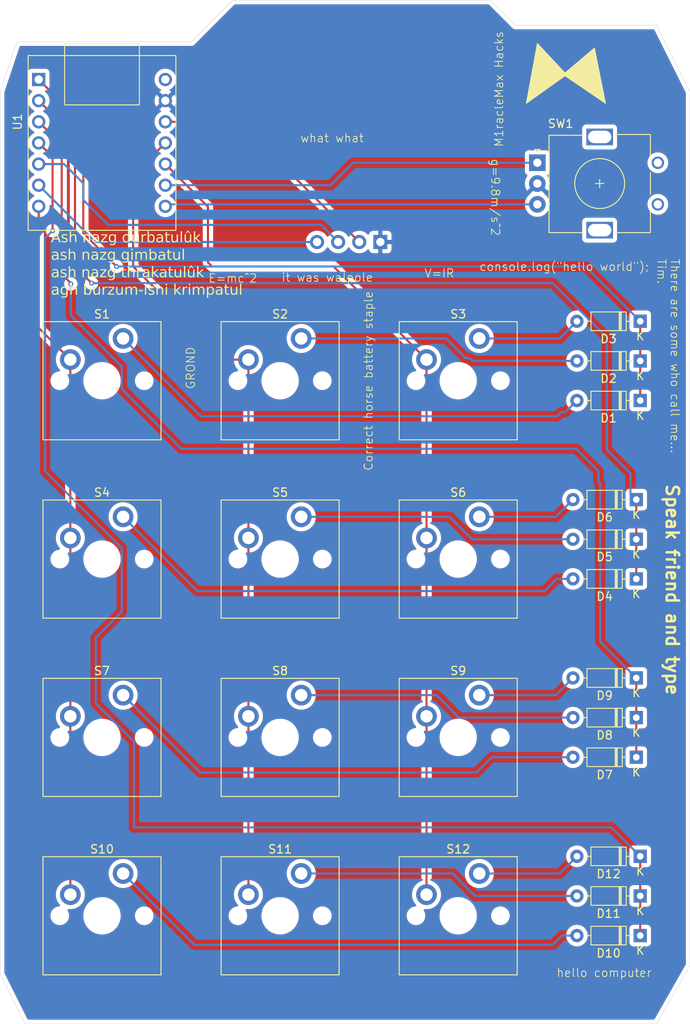
<source format=kicad_pcb>
(kicad_pcb (version 20240108) (generator "pcbnew") (generator_version "8.0")
  (layers (0 "F.Cu" signal) (31 "B.Cu" signal) (34 "B.Paste" user) (35 "F.Paste" user) (36 "B.SilkS" user "B.Silkscreen") (37 "F.SilkS" user "F.Silkscreen") (38 "B.Mask" user) (39 "F.Mask" user) (44 "Edge.Cuts" user))
  (net 0 "")
  (net 1 "row 0")
  (net 2 "Net-(D1-A)")
  (net 3 "Net-(D2-A)")
  (net 4 "Net-(D3-A)")
  (net 5 "Net-(D4-A)")
  (net 6 "row 1")
  (net 7 "Net-(D5-A)")
  (net 8 "Net-(D6-A)")
  (net 9 "row 2")
  (net 10 "Net-(D7-A)")
  (net 11 "Net-(D8-A)")
  (net 12 "Net-(D9-A)")
  (net 13 "Net-(D10-A)")
  (net 14 "row 3")
  (net 15 "Net-(D11-A)")
  (net 16 "Net-(D12-A)")
  (net 17 "GND")
  (net 18 "VCC")
  (net 19 "sda")
  (net 20 "scl")
  (net 21 "col 0")
  (net 22 "col 1")
  (net 23 "col 2")
  (net 25 "Net-(U1-PB09_A7_D7_RX)")
  (net 26 "Net-(U1-PA7_A8_D8_SCK)")
  (footprint "ScottoKeebs_Components:Diode_DO-35" (layer "F.Cu") (at 160.02 147.6375 180)
    (property "Reference" "D11" (at 3.81 -2.12 0) (layer "F.SilkS"))
    (property "Value" "Diode")
    (fp_line (start 6.58 0) (end 5.93 0) (stroke (width 0.12)) (layer "F.SilkS"))
    (fp_line (start 5.93 1.12) (end 5.93 -1.12) (stroke (width 0.12)) (layer "F.SilkS"))
    (fp_line (start 5.93 -1.12) (end 1.69 -1.12) (stroke (width 0.12)) (layer "F.SilkS"))
    (fp_line (start 2.53 -1.12) (end 2.53 1.12) (stroke (width 0.12)) (layer "F.SilkS"))
    (fp_line (start 2.41 -1.12) (end 2.41 1.12) (stroke (width 0.12)) (layer "F.SilkS"))
    (fp_line (start 2.29 -1.12) (end 2.29 1.12) (stroke (width 0.12)) (layer "F.SilkS"))
    (fp_line (start 1.69 1.12) (end 5.93 1.12) (stroke (width 0.12)) (layer "F.SilkS"))
    (fp_line (start 1.69 -1.12) (end 1.69 1.12) (stroke (width 0.12)) (layer "F.SilkS"))
    (fp_line (start 1.04 0) (end 1.69 0) (stroke (width 0.12)) (layer "F.SilkS"))
    (fp_text user "K" (at 0 -1.8 0) (layer "F.SilkS"))
    (pad "1" thru_hole rect (at 0 0 180) (size 1.6 1.6) (drill 0.8) (layers "*.Cu" "*.Mask") (net 14 "row 3"))
    (pad "2" thru_hole oval (at 7.62 0 180) (size 1.6 1.6) (drill 0.8) (layers "*.Cu" "*.Mask") (net 15 "Net-(D11-A)"))
  )
  (footprint "ScottoKeebs_MX:MX_PCB_1.00u" (layer "F.Cu") (at 116.68125 128.5875)
    (property "Reference" "S8" (at 0 -8 0) (layer "F.SilkS"))
    (property "Value" "Keyswitch")
    (fp_line (start -7.1 -7.1) (end -7.1 7.1) (stroke (width 0.12)) (layer "F.SilkS"))
    (fp_line (start -7.1 7.1) (end 7.1 7.1) (stroke (width 0.12)) (layer "F.SilkS"))
    (fp_line (start 7.1 -7.1) (end -7.1 -7.1) (stroke (width 0.12)) (layer "F.SilkS"))
    (fp_line (start 7.1 7.1) (end 7.1 -7.1) (stroke (width 0.12)) (layer "F.SilkS"))
    (pad "" np_thru_hole circle (at -5.08 0) (size 1.75 1.75) (drill 1.75) (layers "*.Cu" "*.Mask"))
    (pad "" np_thru_hole circle (at 0 0) (size 4 4) (drill 4) (layers "*.Cu" "*.Mask"))
    (pad "" np_thru_hole circle (at 5.08 0) (size 1.75 1.75) (drill 1.75) (layers "*.Cu" "*.Mask"))
    (pad "1" thru_hole circle (at -3.81 -2.54) (size 2.5 2.5) (drill 1.5) (layers "*.Cu" "*.Mask") (net 22 "col 1"))
    (pad "2" thru_hole circle (at 2.54 -5.08) (size 2.5 2.5) (drill 1.5) (layers "*.Cu" "*.Mask") (net 11 "Net-(D8-A)"))
  )
  (footprint "ScottoKeebs_Components:Diode_DO-35" (layer "F.Cu") (at 160.02 152.4 180)
    (property "Reference" "D10" (at 3.81 -2.12 0) (layer "F.SilkS"))
    (property "Value" "Diode")
    (fp_line (start 6.58 0) (end 5.93 0) (stroke (width 0.12)) (layer "F.SilkS"))
    (fp_line (start 5.93 1.12) (end 5.93 -1.12) (stroke (width 0.12)) (layer "F.SilkS"))
    (fp_line (start 5.93 -1.12) (end 1.69 -1.12) (stroke (width 0.12)) (layer "F.SilkS"))
    (fp_line (start 2.53 -1.12) (end 2.53 1.12) (stroke (width 0.12)) (layer "F.SilkS"))
    (fp_line (start 2.41 -1.12) (end 2.41 1.12) (stroke (width 0.12)) (layer "F.SilkS"))
    (fp_line (start 2.29 -1.12) (end 2.29 1.12) (stroke (width 0.12)) (layer "F.SilkS"))
    (fp_line (start 1.69 1.12) (end 5.93 1.12) (stroke (width 0.12)) (layer "F.SilkS"))
    (fp_line (start 1.69 -1.12) (end 1.69 1.12) (stroke (width 0.12)) (layer "F.SilkS"))
    (fp_line (start 1.04 0) (end 1.69 0) (stroke (width 0.12)) (layer "F.SilkS"))
    (fp_text user "K" (at 0 -1.8 0) (layer "F.SilkS"))
    (pad "1" thru_hole rect (at 0 0 180) (size 1.6 1.6) (drill 0.8) (layers "*.Cu" "*.Mask") (net 14 "row 3"))
    (pad "2" thru_hole oval (at 7.62 0 180) (size 1.6 1.6) (drill 0.8) (layers "*.Cu" "*.Mask") (net 13 "Net-(D10-A)"))
  )
  (footprint "ScottoKeebs_MX:MX_PCB_1.00u" (layer "F.Cu") (at 95.25 150.01875)
    (property "Reference" "S10" (at 0 -8 0) (layer "F.SilkS"))
    (property "Value" "Keyswitch")
    (fp_line (start -7.1 -7.1) (end -7.1 7.1) (stroke (width 0.12)) (layer "F.SilkS"))
    (fp_line (start -7.1 7.1) (end 7.1 7.1) (stroke (width 0.12)) (layer "F.SilkS"))
    (fp_line (start 7.1 -7.1) (end -7.1 -7.1) (stroke (width 0.12)) (layer "F.SilkS"))
    (fp_line (start 7.1 7.1) (end 7.1 -7.1) (stroke (width 0.12)) (layer "F.SilkS"))
    (pad "" np_thru_hole circle (at -5.08 0) (size 1.75 1.75) (drill 1.75) (layers "*.Cu" "*.Mask"))
    (pad "" np_thru_hole circle (at 0 0) (size 4 4) (drill 4) (layers "*.Cu" "*.Mask"))
    (pad "" np_thru_hole circle (at 5.08 0) (size 1.75 1.75) (drill 1.75) (layers "*.Cu" "*.Mask"))
    (pad "1" thru_hole circle (at -3.81 -2.54) (size 2.5 2.5) (drill 1.5) (layers "*.Cu" "*.Mask") (net 21 "col 0"))
    (pad "2" thru_hole circle (at 2.54 -5.08) (size 2.5 2.5) (drill 1.5) (layers "*.Cu" "*.Mask") (net 13 "Net-(D10-A)"))
  )
  (footprint "ScottoKeebs_MX:MX_PCB_1.00u" (layer "F.Cu") (at 138.1125 128.5875)
    (property "Reference" "S9" (at 0 -8 0) (layer "F.SilkS"))
    (property "Value" "Keyswitch")
    (fp_line (start -7.1 -7.1) (end -7.1 7.1) (stroke (width 0.12)) (layer "F.SilkS"))
    (fp_line (start -7.1 7.1) (end 7.1 7.1) (stroke (width 0.12)) (layer "F.SilkS"))
    (fp_line (start 7.1 -7.1) (end -7.1 -7.1) (stroke (width 0.12)) (layer "F.SilkS"))
    (fp_line (start 7.1 7.1) (end 7.1 -7.1) (stroke (width 0.12)) (layer "F.SilkS"))
    (pad "" np_thru_hole circle (at -5.08 0) (size 1.75 1.75) (drill 1.75) (layers "*.Cu" "*.Mask"))
    (pad "" np_thru_hole circle (at 0 0) (size 4 4) (drill 4) (layers "*.Cu" "*.Mask"))
    (pad "" np_thru_hole circle (at 5.08 0) (size 1.75 1.75) (drill 1.75) (layers "*.Cu" "*.Mask"))
    (pad "1" thru_hole circle (at -3.81 -2.54) (size 2.5 2.5) (drill 1.5) (layers "*.Cu" "*.Mask") (net 23 "col 2"))
    (pad "2" thru_hole circle (at 2.54 -5.08) (size 2.5 2.5) (drill 1.5) (layers "*.Cu" "*.Mask") (net 12 "Net-(D9-A)"))
  )
  (footprint "Rotary_Encoder:RotaryEncoder_Alps_EC11E_Vertical_H20mm" (layer "F.Cu") (at 147.6375 59.53125)
    (property "Reference" "SW1" (at 2.8 -4.7 0) (layer "F.SilkS"))
    (property "Value" "RotaryEncoder")
    (fp_line (start -0.3 -1.6) (end 0.3 -1.6) (stroke (width 0.12)) (layer "F.SilkS"))
    (fp_line (start 0 -1.3) (end -0.3 -1.6) (stroke (width 0.12)) (layer "F.SilkS"))
    (fp_line (start 0.3 -1.6) (end 0 -1.3) (stroke (width 0.12)) (layer "F.SilkS"))
    (fp_line (start 1.4 -3.3) (end 1.4 8.4) (stroke (width 0.12)) (layer "F.SilkS"))
    (fp_line (start 5.5 -3.3) (end 1.4 -3.3) (stroke (width 0.12)) (layer "F.SilkS"))
    (fp_line (start 5.5 8.4) (end 1.4 8.4) (stroke (width 0.12)) (layer "F.SilkS"))
    (fp_line (start 7 2.5) (end 8 2.5) (stroke (width 0.12)) (layer "F.SilkS"))
    (fp_line (start 7.5 2) (end 7.5 3) (stroke (width 0.12)) (layer "F.SilkS"))
    (fp_line (start 9.5 -3.4) (end 13.6 -3.4) (stroke (width 0.12)) (layer "F.SilkS"))
    (fp_line (start 13.6 -3.4) (end 13.6 -0.8) (stroke (width 0.12)) (layer "F.SilkS"))
    (fp_line (start 13.6 1.2) (end 13.6 3.8) (stroke (width 0.12)) (layer "F.SilkS"))
    (fp_line (start 13.6 5.8) (end 13.6 8.4) (stroke (width 0.12)) (layer "F.SilkS"))
    (fp_line (start 13.6 8.4) (end 9.5 8.4) (stroke (width 0.12)) (layer "F.SilkS"))
    (fp_circle (center 7.5 2.5) (end 10.5 2.5) (stroke (width 0.12)) (fill none) (layer "F.SilkS"))
    (pad "" thru_hole circle (at 14.5 0) (size 1.5 1.5) (drill 1) (layers "*.Cu" "*.Mask"))
    (pad "" thru_hole circle (at 14.5 5) (size 1.5 1.5) (drill 1) (layers "*.Cu" "*.Mask"))
    (pad "A" thru_hole rect (at 0 0) (size 2 2) (drill 1) (layers "*.Cu" "*.Mask") (net 26 "Net-(U1-PA7_A8_D8_SCK)"))
    (pad "B" thru_hole circle (at 0 5) (size 2 2) (drill 1) (layers "*.Cu" "*.Mask") (net 25 "Net-(U1-PB09_A7_D7_RX)"))
    (pad "C" thru_hole circle (at 0 2.5) (size 2 2) (drill 1) (layers "*.Cu" "*.Mask") (net 17 "GND"))
    (pad "MP" thru_hole rect (at 7.5 -3.1) (size 3.2 2) (drill oval 2.8 1.5) (layers "*.Cu" "*.Mask"))
    (pad "MP" thru_hole rect (at 7.5 8.1) (size 3.2 2) (drill oval 2.8 1.5) (layers "*.Cu" "*.Mask"))
  )
  (footprint "ScottoKeebs_Components:Diode_DO-35" (layer "F.Cu") (at 159.54375 130.96875 180)
    (property "Reference" "D7" (at 3.81 -2.12 0) (layer "F.SilkS"))
    (property "Value" "Diode")
    (fp_line (start 6.58 0) (end 5.93 0) (stroke (width 0.12)) (layer "F.SilkS"))
    (fp_line (start 5.93 1.12) (end 5.93 -1.12) (stroke (width 0.12)) (layer "F.SilkS"))
    (fp_line (start 5.93 -1.12) (end 1.69 -1.12) (stroke (width 0.12)) (layer "F.SilkS"))
    (fp_line (start 2.53 -1.12) (end 2.53 1.12) (stroke (width 0.12)) (layer "F.SilkS"))
    (fp_line (start 2.41 -1.12) (end 2.41 1.12) (stroke (width 0.12)) (layer "F.SilkS"))
    (fp_line (start 2.29 -1.12) (end 2.29 1.12) (stroke (width 0.12)) (layer "F.SilkS"))
    (fp_line (start 1.69 1.12) (end 5.93 1.12) (stroke (width 0.12)) (layer "F.SilkS"))
    (fp_line (start 1.69 -1.12) (end 1.69 1.12) (stroke (width 0.12)) (layer "F.SilkS"))
    (fp_line (start 1.04 0) (end 1.69 0) (stroke (width 0.12)) (layer "F.SilkS"))
    (fp_text user "K" (at 0 -1.8 0) (layer "F.SilkS"))
    (pad "1" thru_hole rect (at 0 0 180) (size 1.6 1.6) (drill 0.8) (layers "*.Cu" "*.Mask") (net 9 "row 2"))
    (pad "2" thru_hole oval (at 7.62 0 180) (size 1.6 1.6) (drill 0.8) (layers "*.Cu" "*.Mask") (net 10 "Net-(D7-A)"))
  )
  (footprint "ScottoKeebs_MX:MX_PCB_1.00u" (layer "F.Cu") (at 95.25 128.5875)
    (property "Reference" "S7" (at 0 -8 0) (layer "F.SilkS"))
    (property "Value" "Keyswitch")
    (fp_line (start -7.1 -7.1) (end -7.1 7.1) (stroke (width 0.12)) (layer "F.SilkS"))
    (fp_line (start -7.1 7.1) (end 7.1 7.1) (stroke (width 0.12)) (layer "F.SilkS"))
    (fp_line (start 7.1 -7.1) (end -7.1 -7.1) (stroke (width 0.12)) (layer "F.SilkS"))
    (fp_line (start 7.1 7.1) (end 7.1 -7.1) (stroke (width 0.12)) (layer "F.SilkS"))
    (pad "" np_thru_hole circle (at -5.08 0) (size 1.75 1.75) (drill 1.75) (layers "*.Cu" "*.Mask"))
    (pad "" np_thru_hole circle (at 0 0) (size 4 4) (drill 4) (layers "*.Cu" "*.Mask"))
    (pad "" np_thru_hole circle (at 5.08 0) (size 1.75 1.75) (drill 1.75) (layers "*.Cu" "*.Mask"))
    (pad "1" thru_hole circle (at -3.81 -2.54) (size 2.5 2.5) (drill 1.5) (layers "*.Cu" "*.Mask") (net 21 "col 0"))
    (pad "2" thru_hole circle (at 2.54 -5.08) (size 2.5 2.5) (drill 1.5) (layers "*.Cu" "*.Mask") (net 10 "Net-(D7-A)"))
  )
  (footprint "ScottoKeebs_MX:MX_PCB_1.00u" (layer "F.Cu") (at 116.68125 107.15625)
    (property "Reference" "S5" (at 0 -8 0) (layer "F.SilkS"))
    (property "Value" "Keyswitch")
    (fp_line (start -7.1 -7.1) (end -7.1 7.1) (stroke (width 0.12)) (layer "F.SilkS"))
    (fp_line (start -7.1 7.1) (end 7.1 7.1) (stroke (width 0.12)) (layer "F.SilkS"))
    (fp_line (start 7.1 -7.1) (end -7.1 -7.1) (stroke (width 0.12)) (layer "F.SilkS"))
    (fp_line (start 7.1 7.1) (end 7.1 -7.1) (stroke (width 0.12)) (layer "F.SilkS"))
    (pad "" np_thru_hole circle (at -5.08 0) (size 1.75 1.75) (drill 1.75) (layers "*.Cu" "*.Mask"))
    (pad "" np_thru_hole circle (at 0 0) (size 4 4) (drill 4) (layers "*.Cu" "*.Mask"))
    (pad "" np_thru_hole circle (at 5.08 0) (size 1.75 1.75) (drill 1.75) (layers "*.Cu" "*.Mask"))
    (pad "1" thru_hole circle (at -3.81 -2.54) (size 2.5 2.5) (drill 1.5) (layers "*.Cu" "*.Mask") (net 22 "col 1"))
    (pad "2" thru_hole circle (at 2.54 -5.08) (size 2.5 2.5) (drill 1.5) (layers "*.Cu" "*.Mask") (net 7 "Net-(D5-A)"))
  )
  (footprint "ScottoKeebs_Components:Diode_DO-35" (layer "F.Cu") (at 160.02 83.34375 180)
    (property "Reference" "D2" (at 3.81 -2.12 0) (layer "F.SilkS"))
    (property "Value" "Diode")
    (fp_line (start 6.58 0) (end 5.93 0) (stroke (width 0.12)) (layer "F.SilkS"))
    (fp_line (start 5.93 1.12) (end 5.93 -1.12) (stroke (width 0.12)) (layer "F.SilkS"))
    (fp_line (start 5.93 -1.12) (end 1.69 -1.12) (stroke (width 0.12)) (layer "F.SilkS"))
    (fp_line (start 2.53 -1.12) (end 2.53 1.12) (stroke (width 0.12)) (layer "F.SilkS"))
    (fp_line (start 2.41 -1.12) (end 2.41 1.12) (stroke (width 0.12)) (layer "F.SilkS"))
    (fp_line (start 2.29 -1.12) (end 2.29 1.12) (stroke (width 0.12)) (layer "F.SilkS"))
    (fp_line (start 1.69 1.12) (end 5.93 1.12) (stroke (width 0.12)) (layer "F.SilkS"))
    (fp_line (start 1.69 -1.12) (end 1.69 1.12) (stroke (width 0.12)) (layer "F.SilkS"))
    (fp_line (start 1.04 0) (end 1.69 0) (stroke (width 0.12)) (layer "F.SilkS"))
    (fp_text user "K" (at 0 -1.8 0) (layer "F.SilkS"))
    (pad "1" thru_hole rect (at 0 0 180) (size 1.6 1.6) (drill 0.8) (layers "*.Cu" "*.Mask") (net 1 "row 0"))
    (pad "2" thru_hole oval (at 7.62 0 180) (size 1.6 1.6) (drill 0.8) (layers "*.Cu" "*.Mask") (net 3 "Net-(D2-A)"))
  )
  (footprint "ScottoKeebs_Components:Diode_DO-35" (layer "F.Cu") (at 159.54375 100.0125 180)
    (property "Reference" "D6" (at 3.81 -2.12 0) (layer "F.SilkS"))
    (property "Value" "Diode")
    (fp_line (start 6.58 0) (end 5.93 0) (stroke (width 0.12)) (layer "F.SilkS"))
    (fp_line (start 5.93 1.12) (end 5.93 -1.12) (stroke (width 0.12)) (layer "F.SilkS"))
    (fp_line (start 5.93 -1.12) (end 1.69 -1.12) (stroke (width 0.12)) (layer "F.SilkS"))
    (fp_line (start 2.53 -1.12) (end 2.53 1.12) (stroke (width 0.12)) (layer "F.SilkS"))
    (fp_line (start 2.41 -1.12) (end 2.41 1.12) (stroke (width 0.12)) (layer "F.SilkS"))
    (fp_line (start 2.29 -1.12) (end 2.29 1.12) (stroke (width 0.12)) (layer "F.SilkS"))
    (fp_line (start 1.69 1.12) (end 5.93 1.12) (stroke (width 0.12)) (layer "F.SilkS"))
    (fp_line (start 1.69 -1.12) (end 1.69 1.12) (stroke (width 0.12)) (layer "F.SilkS"))
    (fp_line (start 1.04 0) (end 1.69 0) (stroke (width 0.12)) (layer "F.SilkS"))
    (fp_text user "K" (at 0 -1.8 0) (layer "F.SilkS"))
    (pad "1" thru_hole rect (at 0 0 180) (size 1.6 1.6) (drill 0.8) (layers "*.Cu" "*.Mask") (net 6 "row 1"))
    (pad "2" thru_hole oval (at 7.62 0 180) (size 1.6 1.6) (drill 0.8) (layers "*.Cu" "*.Mask") (net 8 "Net-(D6-A)"))
  )
  (footprint "ScottoKeebs_MX:MX_PCB_1.00u" (layer "F.Cu") (at 138.1125 107.15625)
    (property "Reference" "S6" (at 0 -8 0) (layer "F.SilkS"))
    (property "Value" "Keyswitch")
    (fp_line (start -7.1 -7.1) (end -7.1 7.1) (stroke (width 0.12)) (layer "F.SilkS"))
    (fp_line (start -7.1 7.1) (end 7.1 7.1) (stroke (width 0.12)) (layer "F.SilkS"))
    (fp_line (start 7.1 -7.1) (end -7.1 -7.1) (stroke (width 0.12)) (layer "F.SilkS"))
    (fp_line (start 7.1 7.1) (end 7.1 -7.1) (stroke (width 0.12)) (layer "F.SilkS"))
    (pad "" np_thru_hole circle (at -5.08 0) (size 1.75 1.75) (drill 1.75) (layers "*.Cu" "*.Mask"))
    (pad "" np_thru_hole circle (at 0 0) (size 4 4) (drill 4) (layers "*.Cu" "*.Mask"))
    (pad "" np_thru_hole circle (at 5.08 0) (size 1.75 1.75) (drill 1.75) (layers "*.Cu" "*.Mask"))
    (pad "1" thru_hole circle (at -3.81 -2.54) (size 2.5 2.5) (drill 1.5) (layers "*.Cu" "*.Mask") (net 23 "col 2"))
    (pad "2" thru_hole circle (at 2.54 -5.08) (size 2.5 2.5) (drill 1.5) (layers "*.Cu" "*.Mask") (net 8 "Net-(D6-A)"))
  )
  (footprint "ScottoKeebs_Components:Diode_DO-35" (layer "F.Cu") (at 159.54375 126.20625 180)
    (property "Reference" "D8" (at 3.81 -2.12 0) (layer "F.SilkS"))
    (property "Value" "Diode")
    (fp_line (start 6.58 0) (end 5.93 0) (stroke (width 0.12)) (layer "F.SilkS"))
    (fp_line (start 5.93 1.12) (end 5.93 -1.12) (stroke (width 0.12)) (layer "F.SilkS"))
    (fp_line (start 5.93 -1.12) (end 1.69 -1.12) (stroke (width 0.12)) (layer "F.SilkS"))
    (fp_line (start 2.53 -1.12) (end 2.53 1.12) (stroke (width 0.12)) (layer "F.SilkS"))
    (fp_line (start 2.41 -1.12) (end 2.41 1.12) (stroke (width 0.12)) (layer "F.SilkS"))
    (fp_line (start 2.29 -1.12) (end 2.29 1.12) (stroke (width 0.12)) (layer "F.SilkS"))
    (fp_line (start 1.69 1.12) (end 5.93 1.12) (stroke (width 0.12)) (layer "F.SilkS"))
    (fp_line (start 1.69 -1.12) (end 1.69 1.12) (stroke (width 0.12)) (layer "F.SilkS"))
    (fp_line (start 1.04 0) (end 1.69 0) (stroke (width 0.12)) (layer "F.SilkS"))
    (fp_text user "K" (at 0 -1.8 0) (layer "F.SilkS"))
    (pad "1" thru_hole rect (at 0 0 180) (size 1.6 1.6) (drill 0.8) (layers "*.Cu" "*.Mask") (net 9 "row 2"))
    (pad "2" thru_hole oval (at 7.62 0 180) (size 1.6 1.6) (drill 0.8) (layers "*.Cu" "*.Mask") (net 11 "Net-(D8-A)"))
  )
  (footprint "ScottoKeebs_MX:MX_PCB_1.00u" (layer "F.Cu") (at 116.68125 150.01875)
    (property "Reference" "S11" (at 0 -8 0) (layer "F.SilkS"))
    (property "Value" "Keyswitch")
    (fp_line (start -7.1 -7.1) (end -7.1 7.1) (stroke (width 0.12)) (layer "F.SilkS"))
    (fp_line (start -7.1 7.1) (end 7.1 7.1) (stroke (width 0.12)) (layer "F.SilkS"))
    (fp_line (start 7.1 -7.1) (end -7.1 -7.1) (stroke (width 0.12)) (layer "F.SilkS"))
    (fp_line (start 7.1 7.1) (end 7.1 -7.1) (stroke (width 0.12)) (layer "F.SilkS"))
    (pad "" np_thru_hole circle (at -5.08 0) (size 1.75 1.75) (drill 1.75) (layers "*.Cu" "*.Mask"))
    (pad "" np_thru_hole circle (at 0 0) (size 4 4) (drill 4) (layers "*.Cu" "*.Mask"))
    (pad "" np_thru_hole circle (at 5.08 0) (size 1.75 1.75) (drill 1.75) (layers "*.Cu" "*.Mask"))
    (pad "1" thru_hole circle (at -3.81 -2.54) (size 2.5 2.5) (drill 1.5) (layers "*.Cu" "*.Mask") (net 22 "col 1"))
    (pad "2" thru_hole circle (at 2.54 -5.08) (size 2.5 2.5) (drill 1.5) (layers "*.Cu" "*.Mask") (net 15 "Net-(D11-A)"))
  )
  (footprint "ScottoKeebs_MX:MX_PCB_1.00u" (layer "F.Cu") (at 95.25 85.725)
    (property "Reference" "S1" (at 0 -8 0) (layer "F.SilkS"))
    (property "Value" "Keyswitch")
    (fp_line (start -7.1 -7.1) (end -7.1 7.1) (stroke (width 0.12)) (layer "F.SilkS"))
    (fp_line (start -7.1 7.1) (end 7.1 7.1) (stroke (width 0.12)) (layer "F.SilkS"))
    (fp_line (start 7.1 -7.1) (end -7.1 -7.1) (stroke (width 0.12)) (layer "F.SilkS"))
    (fp_line (start 7.1 7.1) (end 7.1 -7.1) (stroke (width 0.12)) (layer "F.SilkS"))
    (pad "" np_thru_hole circle (at -5.08 0) (size 1.75 1.75) (drill 1.75) (layers "*.Cu" "*.Mask"))
    (pad "" np_thru_hole circle (at 0 0) (size 4 4) (drill 4) (layers "*.Cu" "*.Mask"))
    (pad "" np_thru_hole circle (at 5.08 0) (size 1.75 1.75) (drill 1.75) (layers "*.Cu" "*.Mask"))
    (pad "1" thru_hole circle (at -3.81 -2.54) (size 2.5 2.5) (drill 1.5) (layers "*.Cu" "*.Mask") (net 21 "col 0"))
    (pad "2" thru_hole circle (at 2.54 -5.08) (size 2.5 2.5) (drill 1.5) (layers "*.Cu" "*.Mask") (net 2 "Net-(D1-A)"))
  )
  (footprint "XIAO_PCB:MOUDLE14P-2.54-21X17.8MM" (layer "F.Cu") (at 95.25 57.15 90)
    (property "Reference" "U1" (at 2.54 -10.16 90) (layer "F.SilkS"))
    (property "Value" "MOUDLE-SEEEDUINO-XIAO")
    (fp_rect (start -10.5 -8.89) (end 10.5 8.89) (stroke (width 0.12)) (fill none) (layer "F.SilkS"))
    (fp_rect (start 4.57 -4.5) (end 11.9 4.5) (stroke (width 0.12)) (fill none) (layer "F.SilkS"))
    (pad "1" thru_hole rect (at 7.62 -7.62 90) (size 1.6 1.6) (drill 1) (layers "*.Cu" "*.Mask") (net 1 "row 0"))
    (pad "2" thru_hole circle (at 5.08 -7.62 90) (size 1.6 1.6) (drill 1) (layers "*.Cu" "*.Mask") (net 6 "row 1"))
    (pad "3" thru_hole circle (at 2.54 -7.62 90) (size 1.6 1.6) (drill 1) (layers "*.Cu" "*.Mask") (net 9 "row 2"))
    (pad "4" thru_hole circle (at 0 -7.62 90) (size 1.6 1.6) (drill 1) (layers "*.Cu" "*.Mask") (net 14 "row 3"))
    (pad "5" thru_hole circle (at -2.54 -7.62 90) (size 1.6 1.6) (drill 1) (layers "*.Cu" "*.Mask") (net 20 "scl"))
    (pad "6" thru_hole circle (at -5.08 -7.62 90) (size 1.6 1.6) (drill 1) (layers "*.Cu" "*.Mask") (net 19 "sda"))
    (pad "7" thru_hole circle (at -7.62 -7.62 90) (size 1.6 1.6) (drill 1) (layers "*.Cu" "*.Mask") (net 21 "col 0"))
    (pad "8" thru_hole circle (at -7.62 7.62 90) (size 1.6 1.6) (drill 1) (layers "*.Cu" "*.Mask") (net 25 "Net-(U1-PB09_A7_D7_RX)"))
    (pad "9" thru_hole circle (at -5.08 7.62 90) (size 1.6 1.6) (drill 1) (layers "*.Cu" "*.Mask") (net 26 "Net-(U1-PA7_A8_D8_SCK)"))
    (pad "10" thru_hole circle (at -2.54 7.62 90) (size 1.6 1.6) (drill 1) (layers "*.Cu" "*.Mask") (net 23 "col 2"))
    (pad "11" thru_hole circle (at 0 7.62 90) (size 1.6 1.6) (drill 1) (layers "*.Cu" "*.Mask") (net 22 "col 1"))
    (pad "12" thru_hole circle (at 2.54 7.62 90) (size 1.6 1.6) (drill 1) (layers "*.Cu" "*.Mask") (net 18 "VCC"))
    (pad "13" thru_hole circle (at 5.08 7.62 90) (size 1.6 1.6) (drill 1) (layers "*.Cu" "*.Mask") (net 17 "GND"))
    (pad "14" thru_hole circle (at 7.62 7.62 90) (size 1.6 1.6) (drill 1) (layers "*.Cu" "*.Mask"))
  )
  (footprint "ScottoKeebs_Components:Diode_DO-35" (layer "F.Cu") (at 159.54375 109.5375 180)
    (property "Reference" "D4" (at 3.81 -2.12 0) (layer "F.SilkS"))
    (property "Value" "Diode")
    (fp_line (start 6.58 0) (end 5.93 0) (stroke (width 0.12)) (layer "F.SilkS"))
    (fp_line (start 5.93 1.12) (end 5.93 -1.12) (stroke (width 0.12)) (layer "F.SilkS"))
    (fp_line (start 5.93 -1.12) (end 1.69 -1.12) (stroke (width 0.12)) (layer "F.SilkS"))
    (fp_line (start 2.53 -1.12) (end 2.53 1.12) (stroke (width 0.12)) (layer "F.SilkS"))
    (fp_line (start 2.41 -1.12) (end 2.41 1.12) (stroke (width 0.12)) (layer "F.SilkS"))
    (fp_line (start 2.29 -1.12) (end 2.29 1.12) (stroke (width 0.12)) (layer "F.SilkS"))
    (fp_line (start 1.69 1.12) (end 5.93 1.12) (stroke (width 0.12)) (layer "F.SilkS"))
    (fp_line (start 1.69 -1.12) (end 1.69 1.12) (stroke (width 0.12)) (layer "F.SilkS"))
    (fp_line (start 1.04 0) (end 1.69 0) (stroke (width 0.12)) (layer "F.SilkS"))
    (fp_text user "K" (at 0 -1.8 0) (layer "F.SilkS"))
    (pad "1" thru_hole rect (at 0 0 180) (size 1.6 1.6) (drill 0.8) (layers "*.Cu" "*.Mask") (net 6 "row 1"))
    (pad "2" thru_hole oval (at 7.62 0 180) (size 1.6 1.6) (drill 0.8) (layers "*.Cu" "*.Mask") (net 5 "Net-(D4-A)"))
  )
  (footprint "ScottoKeebs_MX:MX_PCB_1.00u" (layer "F.Cu") (at 138.1125 150.01875)
    (property "Reference" "S12" (at 0 -8 0) (layer "F.SilkS"))
    (property "Value" "Keyswitch")
    (fp_line (start -7.1 -7.1) (end -7.1 7.1) (stroke (width 0.12)) (layer "F.SilkS"))
    (fp_line (start -7.1 7.1) (end 7.1 7.1) (stroke (width 0.12)) (layer "F.SilkS"))
    (fp_line (start 7.1 -7.1) (end -7.1 -7.1) (stroke (width 0.12)) (layer "F.SilkS"))
    (fp_line (start 7.1 7.1) (end 7.1 -7.1) (stroke (width 0.12)) (layer "F.SilkS"))
    (pad "" np_thru_hole circle (at -5.08 0) (size 1.75 1.75) (drill 1.75) (layers "*.Cu" "*.Mask"))
    (pad "" np_thru_hole circle (at 0 0) (size 4 4) (drill 4) (layers "*.Cu" "*.Mask"))
    (pad "" np_thru_hole circle (at 5.08 0) (size 1.75 1.75) (drill 1.75) (layers "*.Cu" "*.Mask"))
    (pad "1" thru_hole circle (at -3.81 -2.54) (size 2.5 2.5) (drill 1.5) (layers "*.Cu" "*.Mask") (net 23 "col 2"))
    (pad "2" thru_hole circle (at 2.54 -5.08) (size 2.5 2.5) (drill 1.5) (layers "*.Cu" "*.Mask") (net 16 "Net-(D12-A)"))
  )
  (footprint "ScottoKeebs_Components:Diode_DO-35" (layer "F.Cu") (at 160.02 88.10625 180)
    (property "Reference" "D1" (at 3.81 -2.12 0) (layer "F.SilkS"))
    (property "Value" "Diode")
    (fp_line (start 6.58 0) (end 5.93 0) (stroke (width 0.12)) (layer "F.SilkS"))
    (fp_line (start 5.93 1.12) (end 5.93 -1.12) (stroke (width 0.12)) (layer "F.SilkS"))
    (fp_line (start 5.93 -1.12) (end 1.69 -1.12) (stroke (width 0.12)) (layer "F.SilkS"))
    (fp_line (start 2.53 -1.12) (end 2.53 1.12) (stroke (width 0.12)) (layer "F.SilkS"))
    (fp_line (start 2.41 -1.12) (end 2.41 1.12) (stroke (width 0.12)) (layer "F.SilkS"))
    (fp_line (start 2.29 -1.12) (end 2.29 1.12) (stroke (width 0.12)) (layer "F.SilkS"))
    (fp_line (start 1.69 1.12) (end 5.93 1.12) (stroke (width 0.12)) (layer "F.SilkS"))
    (fp_line (start 1.69 -1.12) (end 1.69 1.12) (stroke (width 0.12)) (layer "F.SilkS"))
    (fp_line (start 1.04 0) (end 1.69 0) (stroke (width 0.12)) (layer "F.SilkS"))
    (fp_text user "K" (at 0 -1.8 0) (layer "F.SilkS"))
    (pad "1" thru_hole rect (at 0 0 180) (size 1.6 1.6) (drill 0.8) (layers "*.Cu" "*.Mask") (net 1 "row 0"))
    (pad "2" thru_hole oval (at 7.62 0 180) (size 1.6 1.6) (drill 0.8) (layers "*.Cu" "*.Mask") (net 2 "Net-(D1-A)"))
  )
  (footprint "ScottoKeebs_Components:Diode_DO-35" (layer "F.Cu") (at 160.02 142.875 180)
    (property "Reference" "D12" (at 3.81 -2.12 0) (layer "F.SilkS"))
    (property "Value" "Diode")
    (fp_line (start 6.58 0) (end 5.93 0) (stroke (width 0.12)) (layer "F.SilkS"))
    (fp_line (start 5.93 1.12) (end 5.93 -1.12) (stroke (width 0.12)) (layer "F.SilkS"))
    (fp_line (start 5.93 -1.12) (end 1.69 -1.12) (stroke (width 0.12)) (layer "F.SilkS"))
    (fp_line (start 2.53 -1.12) (end 2.53 1.12) (stroke (width 0.12)) (layer "F.SilkS"))
    (fp_line (start 2.41 -1.12) (end 2.41 1.12) (stroke (width 0.12)) (layer "F.SilkS"))
    (fp_line (start 2.29 -1.12) (end 2.29 1.12) (stroke (width 0.12)) (layer "F.SilkS"))
    (fp_line (start 1.69 1.12) (end 5.93 1.12) (stroke (width 0.12)) (layer "F.SilkS"))
    (fp_line (start 1.69 -1.12) (end 1.69 1.12) (stroke (width 0.12)) (layer "F.SilkS"))
    (fp_line (start 1.04 0) (end 1.69 0) (stroke (width 0.12)) (layer "F.SilkS"))
    (fp_text user "K" (at 0 -1.8 0) (layer "F.SilkS"))
    (pad "1" thru_hole rect (at 0 0 180) (size 1.6 1.6) (drill 0.8) (layers "*.Cu" "*.Mask") (net 14 "row 3"))
    (pad "2" thru_hole oval (at 7.62 0 180) (size 1.6 1.6) (drill 0.8) (layers "*.Cu" "*.Mask") (net 16 "Net-(D12-A)"))
  )
  (footprint "ScottoKeebs_MX:MX_PCB_1.00u" (layer "F.Cu") (at 138.1125 85.725)
    (property "Reference" "S3" (at 0 -8 0) (layer "F.SilkS"))
    (property "Value" "Keyswitch")
    (fp_line (start -7.1 -7.1) (end -7.1 7.1) (stroke (width 0.12)) (layer "F.SilkS"))
    (fp_line (start -7.1 7.1) (end 7.1 7.1) (stroke (width 0.12)) (layer "F.SilkS"))
    (fp_line (start 7.1 -7.1) (end -7.1 -7.1) (stroke (width 0.12)) (layer "F.SilkS"))
    (fp_line (start 7.1 7.1) (end 7.1 -7.1) (stroke (width 0.12)) (layer "F.SilkS"))
    (pad "" np_thru_hole circle (at -5.08 0) (size 1.75 1.75) (drill 1.75) (layers "*.Cu" "*.Mask"))
    (pad "" np_thru_hole circle (at 0 0) (size 4 4) (drill 4) (layers "*.Cu" "*.Mask"))
    (pad "" np_thru_hole circle (at 5.08 0) (size 1.75 1.75) (drill 1.75) (layers "*.Cu" "*.Mask"))
    (pad "1" thru_hole circle (at -3.81 -2.54) (size 2.5 2.5) (drill 1.5) (layers "*.Cu" "*.Mask") (net 23 "col 2"))
    (pad "2" thru_hole circle (at 2.54 -5.08) (size 2.5 2.5) (drill 1.5) (layers "*.Cu" "*.Mask") (net 4 "Net-(D3-A)"))
  )
  (footprint "ScottoKeebs_MX:MX_PCB_1.00u" (layer "F.Cu") (at 116.68125 85.725)
    (property "Reference" "S2" (at 0 -8 0) (layer "F.SilkS"))
    (property "Value" "Keyswitch")
    (fp_line (start -7.1 -7.1) (end -7.1 7.1) (stroke (width 0.12)) (layer "F.SilkS"))
    (fp_line (start -7.1 7.1) (end 7.1 7.1) (stroke (width 0.12)) (layer "F.SilkS"))
    (fp_line (start 7.1 -7.1) (end -7.1 -7.1) (stroke (width 0.12)) (layer "F.SilkS"))
    (fp_line (start 7.1 7.1) (end 7.1 -7.1) (stroke (width 0.12)) (layer "F.SilkS"))
    (pad "" np_thru_hole circle (at -5.08 0) (size 1.75 1.75) (drill 1.75) (layers "*.Cu" "*.Mask"))
    (pad "" np_thru_hole circle (at 0 0) (size 4 4) (drill 4) (layers "*.Cu" "*.Mask"))
    (pad "" np_thru_hole circle (at 5.08 0) (size 1.75 1.75) (drill 1.75) (layers "*.Cu" "*.Mask"))
    (pad "1" thru_hole circle (at -3.81 -2.54) (size 2.5 2.5) (drill 1.5) (layers "*.Cu" "*.Mask") (net 22 "col 1"))
    (pad "2" thru_hole circle (at 2.54 -5.08) (size 2.5 2.5) (drill 1.5) (layers "*.Cu" "*.Mask") (net 3 "Net-(D2-A)"))
  )
  (footprint "ScottoKeebs_MX:MX_PCB_1.00u" (layer "F.Cu") (at 95.25 107.15625)
    (property "Reference" "S4" (at 0 -8 0) (layer "F.SilkS"))
    (property "Value" "Keyswitch")
    (fp_line (start -7.1 -7.1) (end -7.1 7.1) (stroke (width 0.12)) (layer "F.SilkS"))
    (fp_line (start -7.1 7.1) (end 7.1 7.1) (stroke (width 0.12)) (layer "F.SilkS"))
    (fp_line (start 7.1 -7.1) (end -7.1 -7.1) (stroke (width 0.12)) (layer "F.SilkS"))
    (fp_line (start 7.1 7.1) (end 7.1 -7.1) (stroke (width 0.12)) (layer "F.SilkS"))
    (pad "" np_thru_hole circle (at -5.08 0) (size 1.75 1.75) (drill 1.75) (layers "*.Cu" "*.Mask"))
    (pad "" np_thru_hole circle (at 0 0) (size 4 4) (drill 4) (layers "*.Cu" "*.Mask"))
    (pad "" np_thru_hole circle (at 5.08 0) (size 1.75 1.75) (drill 1.75) (layers "*.Cu" "*.Mask"))
    (pad "1" thru_hole circle (at -3.81 -2.54) (size 2.5 2.5) (drill 1.5) (layers "*.Cu" "*.Mask") (net 21 "col 0"))
    (pad "2" thru_hole circle (at 2.54 -5.08) (size 2.5 2.5) (drill 1.5) (layers "*.Cu" "*.Mask") (net 5 "Net-(D4-A)"))
  )
  (footprint "ScottoKeebs_Components:Diode_DO-35" (layer "F.Cu") (at 160.02 78.58125 180)
    (property "Reference" "D3" (at 3.81 -2.12 0) (layer "F.SilkS"))
    (property "Value" "Diode")
    (fp_line (start 6.58 0) (end 5.93 0) (stroke (width 0.12)) (layer "F.SilkS"))
    (fp_line (start 5.93 1.12) (end 5.93 -1.12) (stroke (width 0.12)) (layer "F.SilkS"))
    (fp_line (start 5.93 -1.12) (end 1.69 -1.12) (stroke (width 0.12)) (layer "F.SilkS"))
    (fp_line (start 2.53 -1.12) (end 2.53 1.12) (stroke (width 0.12)) (layer "F.SilkS"))
    (fp_line (start 2.41 -1.12) (end 2.41 1.12) (stroke (width 0.12)) (layer "F.SilkS"))
    (fp_line (start 2.29 -1.12) (end 2.29 1.12) (stroke (width 0.12)) (layer "F.SilkS"))
    (fp_line (start 1.69 1.12) (end 5.93 1.12) (stroke (width 0.12)) (layer "F.SilkS"))
    (fp_line (start 1.69 -1.12) (end 1.69 1.12) (stroke (width 0.12)) (layer "F.SilkS"))
    (fp_line (start 1.04 0) (end 1.69 0) (stroke (width 0.12)) (layer "F.SilkS"))
    (fp_text user "K" (at 0 -1.8 0) (layer "F.SilkS"))
    (pad "1" thru_hole rect (at 0 0 180) (size 1.6 1.6) (drill 0.8) (layers "*.Cu" "*.Mask") (net 1 "row 0"))
    (pad "2" thru_hole oval (at 7.62 0 180) (size 1.6 1.6) (drill 0.8) (layers "*.Cu" "*.Mask") (net 4 "Net-(D3-A)"))
  )
  (footprint "ScottoKeebs_Components:Diode_DO-35" (layer "F.Cu") (at 159.54375 121.44375 180)
    (property "Reference" "D9" (at 3.81 -2.12 0) (layer "F.SilkS"))
    (property "Value" "Diode")
    (fp_line (start 6.58 0) (end 5.93 0) (stroke (width 0.12)) (layer "F.SilkS"))
    (fp_line (start 5.93 1.12) (end 5.93 -1.12) (stroke (width 0.12)) (layer "F.SilkS"))
    (fp_line (start 5.93 -1.12) (end 1.69 -1.12) (stroke (width 0.12)) (layer "F.SilkS"))
    (fp_line (start 2.53 -1.12) (end 2.53 1.12) (stroke (width 0.12)) (layer "F.SilkS"))
    (fp_line (start 2.41 -1.12) (end 2.41 1.12) (stroke (width 0.12)) (layer "F.SilkS"))
    (fp_line (start 2.29 -1.12) (end 2.29 1.12) (stroke (width 0.12)) (layer "F.SilkS"))
    (fp_line (start 1.69 1.12) (end 5.93 1.12) (stroke (width 0.12)) (layer "F.SilkS"))
    (fp_line (start 1.69 -1.12) (end 1.69 1.12) (stroke (width 0.12)) (layer "F.SilkS"))
    (fp_line (start 1.04 0) (end 1.69 0) (stroke (width 0.12)) (layer "F.SilkS"))
    (fp_text user "K" (at 0 -1.8 0) (layer "F.SilkS"))
    (pad "1" thru_hole rect (at 0 0 180) (size 1.6 1.6) (drill 0.8) (layers "*.Cu" "*.Mask") (net 9 "row 2"))
    (pad "2" thru_hole oval (at 7.62 0 180) (size 1.6 1.6) (drill 0.8) (layers "*.Cu" "*.Mask") (net 12 "Net-(D9-A)"))
  )
  (footprint "ScottoKeebs_Components:Diode_DO-35" (layer "F.Cu") (at 159.54375 104.775 180)
    (property "Reference" "D5" (at 3.81 -2.12 0) (layer "F.SilkS"))
    (property "Value" "Diode")
    (fp_line (start 6.58 0) (end 5.93 0) (stroke (width 0.12)) (layer "F.SilkS"))
    (fp_line (start 5.93 1.12) (end 5.93 -1.12) (stroke (width 0.12)) (layer "F.SilkS"))
    (fp_line (start 5.93 -1.12) (end 1.69 -1.12) (stroke (width 0.12)) (layer "F.SilkS"))
    (fp_line (start 2.53 -1.12) (end 2.53 1.12) (stroke (width 0.12)) (layer "F.SilkS"))
    (fp_line (start 2.41 -1.12) (end 2.41 1.12) (stroke (width 0.12)) (layer "F.SilkS"))
    (fp_line (start 2.29 -1.12) (end 2.29 1.12) (stroke (width 0.12)) (layer "F.SilkS"))
    (fp_line (start 1.69 1.12) (end 5.93 1.12) (stroke (width 0.12)) (layer "F.SilkS"))
    (fp_line (start 1.69 -1.12) (end 1.69 1.12) (stroke (width 0.12)) (layer "F.SilkS"))
    (fp_line (start 1.04 0) (end 1.69 0) (stroke (width 0.12)) (layer "F.SilkS"))
    (fp_text user "K" (at 0 -1.8 0) (layer "F.SilkS"))
    (pad "1" thru_hole rect (at 0 0 180) (size 1.6 1.6) (drill 0.8) (layers "*.Cu" "*.Mask") (net 6 "row 1"))
    (pad "2" thru_hole oval (at 7.62 0 180) (size 1.6 1.6) (drill 0.8) (layers "*.Cu" "*.Mask") (net 7 "Net-(D5-A)"))
  )
  (footprint "ScottoKeebs_Components:OLED_128x64" (layer "F.Cu") (at 124.93625 69.05625 180)
    (property "Reference" "J1" (hide yes))
    (property "Value" "OLED_128x64")
    (pad "1" thru_hole rect (at -3.81 0 270) (size 1.7 1.7) (drill 1) (layers "*.Cu" "*.Mask") (net 17 "GND"))
    (pad "2" thru_hole oval (at -1.27 0 270) (size 1.7 1.7) (drill 1) (layers "*.Cu" "*.Mask") (net 18 "VCC"))
    (pad "3" thru_hole oval (at 1.27 0 270) (size 1.7 1.7) (drill 1) (layers "*.Cu" "*.Mask") (net 20 "scl"))
    (pad "4" thru_hole oval (at 3.81 0 270) (size 1.7 1.7) (drill 1) (layers "*.Cu" "*.Mask") (net 19 "sda"))
  )
  (gr_poly (pts (xy 146.315 52.3875) (xy 147.6375 45.2) (xy 150.9675 48.75) (xy 154.5075 45.75) (xy 155.84 52.3875) (xy 150.9675 49.08)) (stroke (width 0.1)) (fill solid) (layer "F.SilkS"))
  (gr_poly (pts (xy 83 51) (xy 85 45) (xy 106 45) (xy 111 40) (xy 142 40) (xy 145 43) (xy 162 43) (xy 166 51) (xy 166 156) (xy 162 163) (xy 86 163) (xy 83 157)) (stroke (width 0.05)) (fill none) (layer "Edge.Cuts"))
  (gr_text "Correct horse battery staple" (at 127.9 96.6 90) (layer "F.SilkS") (effects (font (size 1 1) (thickness 0.1)) (justify left bottom)))
  (gr_text "V=IR" (at 134 73.4 0) (layer "F.SilkS") (effects (font (size 1 1) (thickness 0.1)) (justify left bottom)))
  (gr_text "hello computer" (at 149.89 157.45 0) (layer "F.SilkS") (effects (font (size 1 1) (thickness 0.1)) (justify left bottom)))
  (gr_text "M1racleMax Hacks" (at 143.6 57.7 90) (layer "F.SilkS") (effects (font (size 1 1) (thickness 0.1)) (justify left bottom)))
  (gr_text "Ash nazg durbatulûk\nash nazg gimbatul\nash nazg thrakatulûk\nagh burzum-ishi krimpatul" (at 89.1 75.6 0) (layer "F.SilkS") (effects (font (size 1.25 1.25) (thickness 0.1)) (justify left bottom)))
  (gr_text "Speak friend and type" (at 163 98 -90) (layer "F.SilkS") (effects (font (size 1.5 1.5) (thickness 0.3) (bold yes)) (justify left bottom)))
  (gr_text "it was walpole" (at 116.8 73.9 0) (layer "F.SilkS") (effects (font (size 1 1) (thickness 0.1)) (justify left bottom)))
  (gr_text "GROND" (at 106.5 86.8 90) (layer "F.SilkS") (effects (font (size 1 1) (thickness 0.1)) (justify left bottom)))
  (gr_text "E=mc^2" (at 108 74 0) (layer "F.SilkS") (effects (font (size 1 1) (thickness 0.1)) (justify left bottom)))
  (gr_text "console.log({dblquote}hello world{dblquote});" (at 140.6 72.6 0) (layer "F.SilkS") (effects (font (size 1 1) (thickness 0.1)) (justify left bottom)))
  (gr_text "what what" (at 119.0625 57.15 0) (layer "F.SilkS") (effects (font (size 1 1) (thickness 0.1)) (justify left bottom)))
  (gr_text "There are some who call me...\nTim." (at 162 71 -90) (layer "F.SilkS") (effects (font (size 1 1) (thickness 0.1)) (justify left bottom)))
  (gr_text "g=9.8m/s^2" (at 142 59 -90) (layer "F.SilkS") (effects (font (size 1 1) (thickness 0.1)) (justify left bottom)))
  (segment (start 93 54.9) (end 87.63 49.53) (width 0.25) (layer "F.Cu") (net 1))
  (segment (start 97 72) (end 93 68) (width 0.25) (layer "F.Cu") (net 1))
  (segment (start 93 68) (end 93 54.9) (width 0.25) (layer "F.Cu") (net 1))
  (segment (start 160.02 78.58125) (end 160.02 88.10625) (width 0.25) (layer "F.Cu") (net 1))
  (via (at 97 72) (size 0.6) (drill 0.3) (layers "F.Cu" "B.Cu") (net 1))
  (segment (start 153.43875 72) (end 97 72) (width 0.25) (layer "B.Cu") (net 1))
  (segment (start 160.02 78.58125) (end 153.43875 72) (width 0.25) (layer "B.Cu") (net 1))
  (segment (start 150.5 89.5) (end 151.00625 89.5) (width 0.25) (layer "B.Cu") (net 2))
  (segment (start 97.79 80.645) (end 107.145 90) (width 0.25) (layer "B.Cu") (net 2))
  (segment (start 151.00625 89.5) (end 152.4 88.10625) (width 0.25) (layer "B.Cu") (net 2))
  (segment (start 107.145 90) (end 150 90) (width 0.25) (layer "B.Cu") (net 2))
  (segment (start 150 90) (end 150.5 89.5) (width 0.25) (layer "B.Cu") (net 2))
  (segment (start 139.5 83) (end 139.84375 83.34375) (width 0.25) (layer "B.Cu") (net 3))
  (segment (start 139.84375 83.34375) (end 152.4 83.34375) (width 0.25) (layer "B.Cu") (net 3))
  (segment (start 119.22125 80.645) (end 136.645 80.645) (width 0.25) (layer "B.Cu") (net 3))
  (segment (start 136.645 80.645) (end 139 83) (width 0.25) (layer "B.Cu") (net 3))
  (segment (start 139 83) (end 139.5 83) (width 0.25) (layer "B.Cu") (net 3))
  (segment (start 140.6525 80.645) (end 150.33625 80.645) (width 0.25) (layer "B.Cu") (net 4))
  (segment (start 150.33625 80.645) (end 152.4 78.58125) (width 0.25) (layer "B.Cu") (net 4))
  (segment (start 106.71375 111) (end 148.5 111) (width 0.25) (layer "B.Cu") (net 5))
  (segment (start 149.9625 109.5375) (end 151.92375 109.5375) (width 0.25) (layer "B.Cu") (net 5))
  (segment (start 148.5 111) (end 149.9625 109.5375) (width 0.25) (layer "B.Cu") (net 5))
  (segment (start 97.79 102.07625) (end 106.71375 111) (width 0.25) (layer "B.Cu") (net 5))
  (segment (start 159.54375 100.0125) (end 159.54375 109.5375) (width 0.25) (layer "F.Cu") (net 6))
  (segment (start 94 74) (end 92 72) (width 0.25) (layer "F.Cu") (net 6))
  (segment (start 92 56.44) (end 87.63 52.07) (width 0.25) (layer "F.Cu") (net 6))
  (segment (start 92 72) (end 92 56.44) (width 0.25) (layer "F.Cu") (net 6))
  (via (at 94 74) (size 0.6) (drill 0.3) (layers "F.Cu" "B.Cu") (net 6))
  (segment (start 158.845 96.845) (end 156 94) (width 0.25) (layer "B.Cu") (net 6))
  (segment (start 156 94) (end 156 80.519549) (width 0.25) (layer "B.Cu") (net 6))
  (segment (start 156 80.519549) (end 149.480451 74) (width 0.25) (layer "B.Cu") (net 6))
  (segment (start 149.480451 74) (end 94 74) (width 0.25) (layer "B.Cu") (net 6))
  (segment (start 159.54375 100.0125) (end 158.845 99.31375) (width 0.25) (layer "B.Cu") (net 6))
  (segment (start 158.845 99.31375) (end 158.845 96.845) (width 0.25) (layer "B.Cu") (net 6))
  (segment (start 119.22125 102.07625) (end 137.07625 102.07625) (width 0.25) (layer "B.Cu") (net 7))
  (segment (start 139.775 104.775) (end 151.92375 104.775) (width 0.25) (layer "B.Cu") (net 7))
  (segment (start 137.07625 102.07625) (end 139.775 104.775) (width 0.25) (layer "B.Cu") (net 7))
  (segment (start 149.86 102.07625) (end 151.92375 100.0125) (width 0.25) (layer "B.Cu") (net 8))
  (segment (start 140.6525 102.07625) (end 149.86 102.07625) (width 0.25) (layer "B.Cu") (net 8))
  (segment (start 159.54375 121.44375) (end 159.54375 130.96875) (width 0.25) (layer "F.Cu") (net 9))
  (segment (start 91.5 74) (end 90.4 72.9) (width 0.25) (layer "F.Cu") (net 9))
  (segment (start 90.4 57.38) (end 87.63 54.61) (width 0.25) (layer "F.Cu") (net 9))
  (segment (start 90.4 72.9) (end 90.4 57.38) (width 0.25) (layer "F.Cu") (net 9))
  (segment (start 91.5 74.1) (end 91.5 74) (width 0.25) (layer "F.Cu") (net 9))
  (via (at 91.5 74.1) (size 0.6) (drill 0.3) (layers "F.Cu" "B.Cu") (net 9))
  (segment (start 155 97.9) (end 155 96.6) (width 0.25) (layer "B.Cu") (net 9))
  (segment (start 155.2 98.1) (end 155 97.9) (width 0.25) (layer "B.Cu") (net 9))
  (segment (start 97.625 86.708757) (end 97.625 84.025) (width 0.25) (layer "B.Cu") (net 9))
  (segment (start 159.54375 121.44375) (end 155.2 117.1) (width 0.25) (layer "B.Cu") (net 9))
  (segment (start 94.2 80.6) (end 91.5 77.9) (width 0.25) (layer "B.Cu") (net 9))
  (segment (start 104.816243 93.9) (end 97.625 86.708757) (width 0.25) (layer "B.Cu") (net 9))
  (segment (start 155 96.6) (end 152.3 93.9) (width 0.25) (layer "B.Cu") (net 9))
  (segment (start 97.625 84.025) (end 94.2 80.6) (width 0.25) (layer "B.Cu") (net 9))
  (segment (start 152.3 93.9) (end 104.816243 93.9) (width 0.25) (layer "B.Cu") (net 9))
  (segment (start 155.2 117.1) (end 155.2 98.1) (width 0.25) (layer "B.Cu") (net 9))
  (segment (start 91.5 77.9) (end 91.5 74.1) (width 0.25) (layer "B.Cu") (net 9))
  (segment (start 140.3 132.8) (end 142.13125 130.96875) (width 0.25) (layer "B.Cu") (net 10))
  (segment (start 142.13125 130.96875) (end 151.92375 130.96875) (width 0.25) (layer "B.Cu") (net 10))
  (segment (start 97.79 123.5075) (end 107.0825 132.8) (width 0.25) (layer "B.Cu") (net 10))
  (segment (start 107.0825 132.8) (end 140.3 132.8) (width 0.25) (layer "B.Cu") (net 10))
  (segment (start 138.20625 126.20625) (end 151.92375 126.20625) (width 0.25) (layer "B.Cu") (net 11))
  (segment (start 119.22125 123.5075) (end 135.5075 123.5075) (width 0.25) (layer "B.Cu") (net 11))
  (segment (start 135.5075 123.5075) (end 138.20625 126.20625) (width 0.25) (layer "B.Cu") (net 11))
  (segment (start 140.6525 123.5075) (end 149.86 123.5075) (width 0.25) (layer "B.Cu") (net 12))
  (segment (start 149.86 123.5075) (end 151.92375 121.44375) (width 0.25) (layer "B.Cu") (net 12))
  (segment (start 149.5 153.5) (end 150.6 152.4) (width 0.25) (layer "B.Cu") (net 13))
  (segment (start 106.35125 153.5) (end 149.5 153.5) (width 0.25) (layer "B.Cu") (net 13))
  (segment (start 97.79 144.93875) (end 106.35125 153.5) (width 0.25) (layer "B.Cu") (net 13))
  (segment (start 150.6 152.4) (end 152.4 152.4) (width 0.25) (layer "B.Cu") (net 13))
  (segment (start 89.3 58.82) (end 87.63 57.15) (width 0.25) (layer "F.Cu") (net 14))
  (segment (start 160.02 142.875) (end 160.02 152.4) (width 0.25) (layer "F.Cu") (net 14))
  (segment (start 89.3 67.7) (end 89.3 58.82) (width 0.25) (layer "F.Cu") (net 14))
  (via (at 89.3 67.7) (size 0.6) (drill 0.3) (layers "F.Cu" "B.Cu") (net 14))
  (segment (start 160.02 142.875) (end 156.545 139.4) (width 0.25) (layer "B.Cu") (net 14))
  (segment (start 94.8 103) (end 88.4 96.6) (width 0.25) (layer "B.Cu") (net 14))
  (segment (start 94.5 124.478743) (end 94.5 116.6) (width 0.25) (layer "B.Cu") (net 14))
  (segment (start 88.4 68.6) (end 89.3 67.7) (width 0.25) (layer "B.Cu") (net 14))
  (segment (start 156.545 139.4) (end 99.1 139.4) (width 0.25) (layer "B.Cu") (net 14))
  (segment (start 99.1 139.4) (end 99.1 129.078743) (width 0.25) (layer "B.Cu") (net 14))
  (segment (start 97.625 113.475) (end 97.625 105.825) (width 0.25) (layer "B.Cu") (net 14))
  (segment (start 88.4 96.6) (end 88.4 68.6) (width 0.25) (layer "B.Cu") (net 14))
  (segment (start 97.625 105.825) (end 94.8 103) (width 0.25) (layer "B.Cu") (net 14))
  (segment (start 99.1 129.078743) (end 94.5 124.478743) (width 0.25) (layer "B.Cu") (net 14))
  (segment (start 94.5 116.6) (end 97.625 113.475) (width 0.25) (layer "B.Cu") (net 14))
  (segment (start 140.1375 147.6375) (end 152.4 147.6375) (width 0.25) (layer "B.Cu") (net 15))
  (segment (start 119.22125 144.93875) (end 137.43875 144.93875) (width 0.25) (layer "B.Cu") (net 15))
  (segment (start 137.43875 144.93875) (end 140.1375 147.6375) (width 0.25) (layer "B.Cu") (net 15))
  (segment (start 150.33625 144.93875) (end 152.4 142.875) (width 0.25) (layer "B.Cu") (net 16))
  (segment (start 140.6525 144.93875) (end 150.33625 144.93875) (width 0.25) (layer "B.Cu") (net 16))
  (segment (start 126.20625 69.05625) (end 111.76 54.61) (width 0.25) (layer "F.Cu") (net 18))
  (segment (start 111.76 54.61) (end 102.87 54.61) (width 0.25) (layer "F.Cu") (net 18))
  (segment (start 94.45625 69.05625) (end 121.12625 69.05625) (width 0.25) (layer "B.Cu") (net 19))
  (segment (start 87.63 62.23) (end 94.45625 69.05625) (width 0.25) (layer "B.Cu") (net 19))
  (segment (start 96 67) (end 93 64) (width 0.25) (layer "B.Cu") (net 20))
  (segment (start 93 64) (end 93 62) (width 0.25) (layer "B.Cu") (net 20))
  (segment (start 90.69 59.69) (end 87.63 59.69) (width 0.25) (layer "B.Cu") (net 20))
  (segment (start 93 62) (end 90.69 59.69) (width 0.25) (layer "B.Cu") (net 20))
  (segment (start 121.61 67) (end 96 67) (width 0.25) (layer "B.Cu") (net 20))
  (segment (start 123.66625 69.05625) (end 121.61 67) (width 0.25) (layer "B.Cu") (net 20))
  (segment (start 87.63 64.77) (end 87.63 79.375) (width 0.25) (layer "F.Cu") (net 21))
  (segment (start 87.63 79.375) (end 91.44 83.185) (width 0.25) (layer "F.Cu") (net 21))
  (segment (start 91.44 83.185) (end 91.44 147.47875) (width 0.25) (layer "F.Cu") (net 21))
  (segment (start 112.87125 83.185) (end 110.185 83.185) (width 0.25) (layer "F.Cu") (net 22))
  (segment (start 99 72) (end 99 61.02) (width 0.25) (layer "F.Cu") (net 22))
  (segment (start 112.87125 83.185) (end 112.87125 147.47875) (width 0.25) (layer "F.Cu") (net 22))
  (segment (start 110.185 83.185) (end 99 72) (width 0.25) (layer "F.Cu") (net 22))
  (segment (start 99 61.02) (end 102.87 57.15) (width 0.25) (layer "F.Cu") (net 22))
  (segment (start 134.3025 83.185) (end 134.3025 147.47875) (width 0.25) (layer "F.Cu") (net 23))
  (segment (start 108 64.82) (end 108 71.5) (width 0.25) (layer "F.Cu") (net 23))
  (segment (start 108.5 72) (end 123.1175 72) (width 0.25) (layer "F.Cu") (net 23))
  (segment (start 102.87 59.69) (end 108 64.82) (width 0.25) (layer "F.Cu") (net 23))
  (segment (start 108 71.5) (end 108.5 72) (width 0.25) (layer "F.Cu") (net 23))
  (segment (start 123.1175 72) (end 134.3025 83.185) (width 0.25) (layer "F.Cu") (net 23))
  (segment (start 147.6375 64.53125) (end 103.10875 64.53125) (width 0.25) (layer "B.Cu") (net 25))
  (segment (start 103.10875 64.53125) (end 102.87 64.77) (width 0.25) (layer "B.Cu") (net 25))
  (segment (start 125.46875 59.53125) (end 122.77 62.23) (width 0.25) (layer "B.Cu") (net 26))
  (segment (start 122.77 62.23) (end 102.87 62.23) (width 0.25) (layer "B.Cu") (net 26))
  (segment (start 147.6375 59.53125) (end 125.46875 59.53125) (width 0.25) (layer "B.Cu") (net 26))
  (zone (net 17) (net_name "GND") (layers "F&B.Cu") (connect_pads (clearance 0.5)) (min_thickness 0.25) (fill yes (thermal_gap 0.5) (thermal_bridge_width 0.5))
    (polygon (pts (xy 83 40) (xy 166 40) (xy 166 163) (xy 83 163)))
  )
)
</source>
